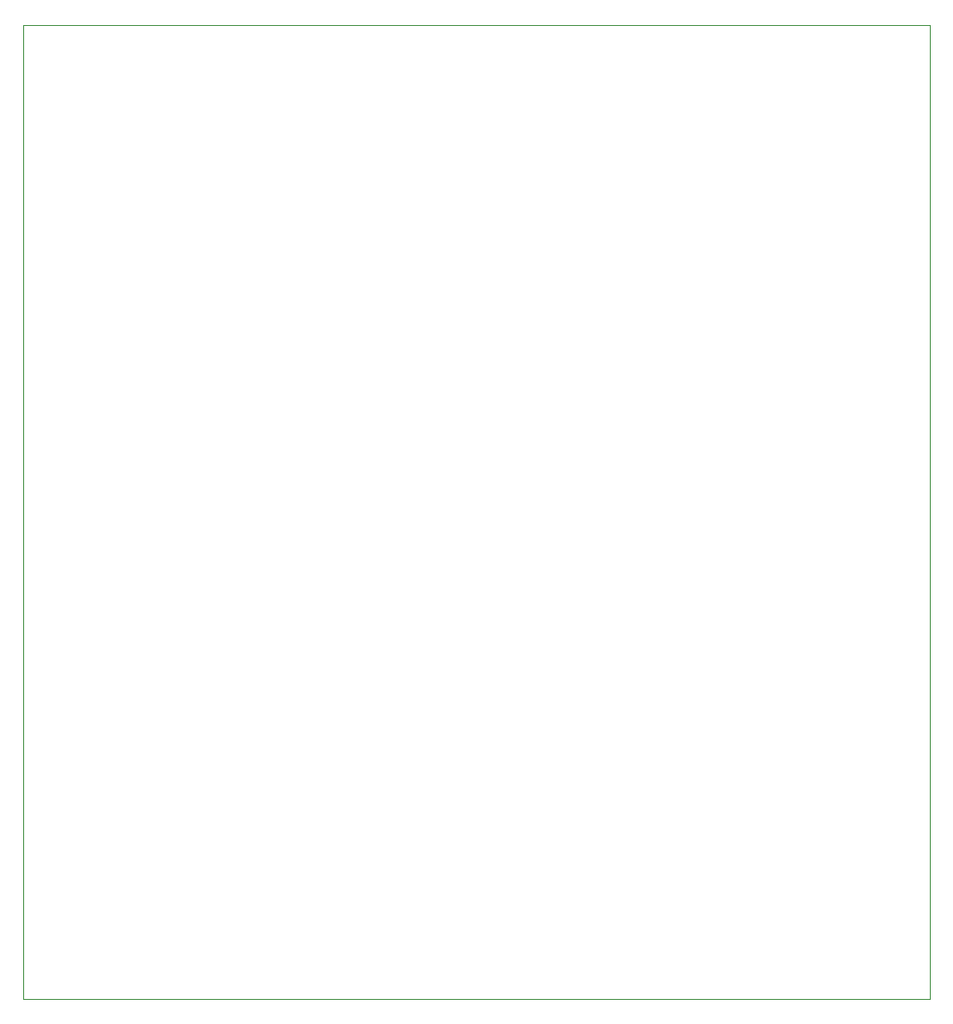
<source format=gm1>
G04 #@! TF.GenerationSoftware,KiCad,Pcbnew,7.0.8*
G04 #@! TF.CreationDate,2023-10-08T14:36:17-06:00*
G04 #@! TF.ProjectId,metal detector test,6d657461-6c20-4646-9574-6563746f7220,V2*
G04 #@! TF.SameCoordinates,Original*
G04 #@! TF.FileFunction,Profile,NP*
%FSLAX46Y46*%
G04 Gerber Fmt 4.6, Leading zero omitted, Abs format (unit mm)*
G04 Created by KiCad (PCBNEW 7.0.8) date 2023-10-08 14:36:17*
%MOMM*%
%LPD*%
G01*
G04 APERTURE LIST*
G04 #@! TA.AperFunction,Profile*
%ADD10C,0.100000*%
G04 #@! TD*
G04 APERTURE END LIST*
D10*
X0Y0D02*
X82804000Y0D01*
X82804000Y-88900000D01*
X0Y-88900000D01*
X0Y0D01*
M02*

</source>
